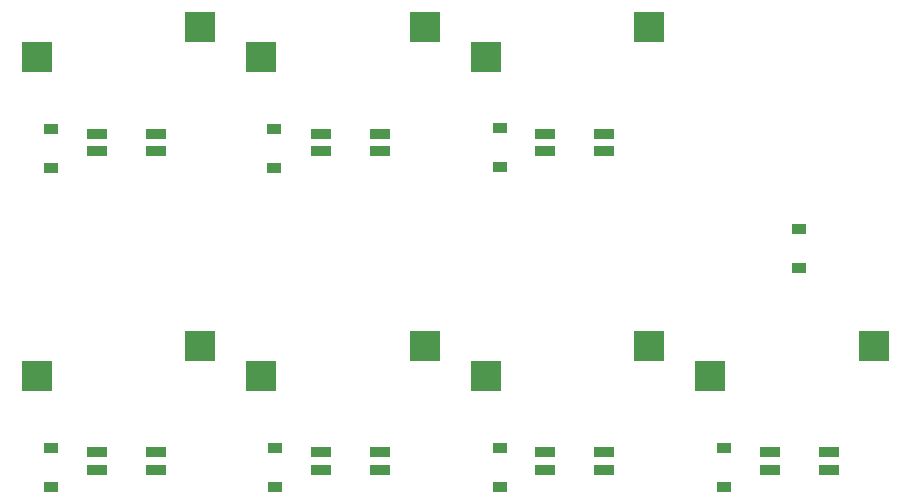
<source format=gbr>
%TF.GenerationSoftware,KiCad,Pcbnew,(6.0.0)*%
%TF.CreationDate,2022-01-03T17:45:39+09:00*%
%TF.ProjectId,MACRO-PAD,4d414352-4f2d-4504-9144-2e6b69636164,v0.2*%
%TF.SameCoordinates,Original*%
%TF.FileFunction,Paste,Bot*%
%TF.FilePolarity,Positive*%
%FSLAX46Y46*%
G04 Gerber Fmt 4.6, Leading zero omitted, Abs format (unit mm)*
G04 Created by KiCad (PCBNEW (6.0.0)) date 2022-01-03 17:45:39*
%MOMM*%
%LPD*%
G01*
G04 APERTURE LIST*
%ADD10R,2.550000X2.500000*%
%ADD11R,1.800000X0.820000*%
%ADD12R,1.200000X0.900000*%
G04 APERTURE END LIST*
D10*
%TO.C,U7*%
X163350000Y-106925800D03*
X149500000Y-109465800D03*
D11*
X154560000Y-115955800D03*
X154560000Y-117455800D03*
X159560000Y-117455800D03*
X159560000Y-115955800D03*
%TD*%
D10*
%TO.C,U3*%
X144350000Y-79925800D03*
X130500000Y-82465800D03*
D11*
X135560000Y-88955800D03*
X135560000Y-90455800D03*
X140560000Y-90455800D03*
X140560000Y-88955800D03*
%TD*%
D10*
%TO.C,U4*%
X106350000Y-106925800D03*
X92500000Y-109465800D03*
D11*
X97560000Y-115955800D03*
X97560000Y-117455800D03*
X102560000Y-117455800D03*
X102560000Y-115955800D03*
%TD*%
D10*
%TO.C,U6*%
X144350000Y-106925800D03*
X130500000Y-109465800D03*
D11*
X135560000Y-115955800D03*
X135560000Y-117455800D03*
X140560000Y-117455800D03*
X140560000Y-115955800D03*
%TD*%
D10*
%TO.C,U2*%
X125350000Y-79925800D03*
X111500000Y-82465800D03*
D11*
X116560000Y-88955800D03*
X116560000Y-90455800D03*
X121560000Y-90455800D03*
X121560000Y-88955800D03*
%TD*%
D10*
%TO.C,U5*%
X125350000Y-106925800D03*
X111500000Y-109465800D03*
D11*
X116560000Y-115955800D03*
X116560000Y-117455800D03*
X121560000Y-117455800D03*
X121560000Y-115955800D03*
%TD*%
D10*
%TO.C,U1*%
X106350000Y-79925800D03*
X92500000Y-82465800D03*
D11*
X97560000Y-88955800D03*
X97560000Y-90455800D03*
X102560000Y-90455800D03*
X102560000Y-88955800D03*
%TD*%
D12*
%TO.C,D3*%
X131700000Y-91750000D03*
X131700000Y-88450000D03*
%TD*%
%TO.C,D6*%
X131700000Y-118850000D03*
X131700000Y-115550000D03*
%TD*%
%TO.C,D7*%
X150700000Y-118850000D03*
X150700000Y-115550000D03*
%TD*%
%TO.C,D2*%
X112600000Y-91850000D03*
X112600000Y-88550000D03*
%TD*%
%TO.C,D1*%
X93700000Y-91850000D03*
X93700000Y-88550000D03*
%TD*%
%TO.C,D8*%
X157000000Y-100350000D03*
X157000000Y-97050000D03*
%TD*%
%TO.C,D4*%
X93700000Y-118850000D03*
X93700000Y-115550000D03*
%TD*%
%TO.C,D5*%
X112700000Y-118850000D03*
X112700000Y-115550000D03*
%TD*%
M02*

</source>
